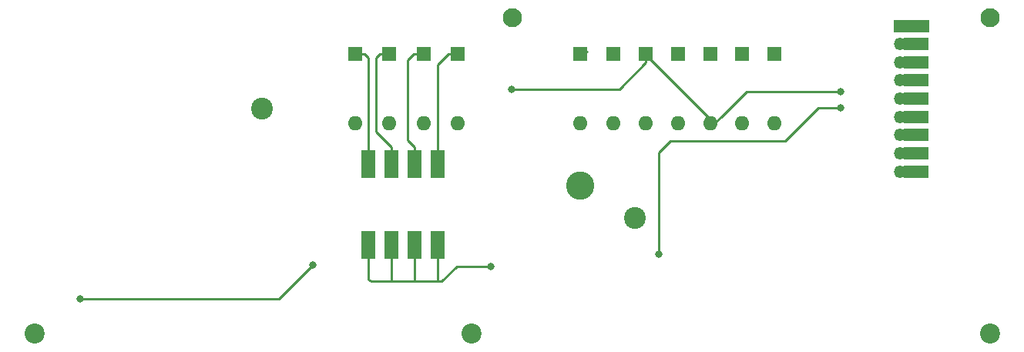
<source format=gbr>
G04 #@! TF.GenerationSoftware,KiCad,Pcbnew,5.0.2-5.fc29*
G04 #@! TF.CreationDate,2020-05-24T09:12:21-05:00*
G04 #@! TF.ProjectId,coleco_to_nes_selectable_v4,636f6c65-636f-45f7-946f-5f6e65735f73,rev?*
G04 #@! TF.SameCoordinates,Original*
G04 #@! TF.FileFunction,Copper,L2,Bot*
G04 #@! TF.FilePolarity,Positive*
%FSLAX46Y46*%
G04 Gerber Fmt 4.6, Leading zero omitted, Abs format (unit mm)*
G04 Created by KiCad (PCBNEW 5.0.2-5.fc29) date Sun 24 May 2020 09:12:21 AM CDT*
%MOMM*%
%LPD*%
G01*
G04 APERTURE LIST*
G04 #@! TA.AperFunction,SMDPad,CuDef*
%ADD10R,2.750000X1.350000*%
G04 #@! TD*
G04 #@! TA.AperFunction,SMDPad,CuDef*
%ADD11R,2.500000X1.350000*%
G04 #@! TD*
G04 #@! TA.AperFunction,ComponentPad*
%ADD12R,1.350000X1.350000*%
G04 #@! TD*
G04 #@! TA.AperFunction,ComponentPad*
%ADD13O,1.350000X1.350000*%
G04 #@! TD*
G04 #@! TA.AperFunction,ComponentPad*
%ADD14R,1.600000X1.600000*%
G04 #@! TD*
G04 #@! TA.AperFunction,ComponentPad*
%ADD15O,1.600000X1.600000*%
G04 #@! TD*
G04 #@! TA.AperFunction,SMDPad,CuDef*
%ADD16R,1.600000X3.100000*%
G04 #@! TD*
G04 #@! TA.AperFunction,ViaPad*
%ADD17C,2.200000*%
G04 #@! TD*
G04 #@! TA.AperFunction,ViaPad*
%ADD18C,2.100000*%
G04 #@! TD*
G04 #@! TA.AperFunction,ViaPad*
%ADD19C,2.400000*%
G04 #@! TD*
G04 #@! TA.AperFunction,ViaPad*
%ADD20C,3.100000*%
G04 #@! TD*
G04 #@! TA.AperFunction,ViaPad*
%ADD21C,0.800000*%
G04 #@! TD*
G04 #@! TA.AperFunction,Conductor*
%ADD22C,0.250000*%
G04 #@! TD*
G04 APERTURE END LIST*
D10*
G04 #@! TO.P,J1,*
G04 #@! TO.N,*
X187885000Y-78420000D03*
X187885000Y-76420000D03*
X187885000Y-74420000D03*
X187885000Y-72420000D03*
X187885000Y-70420000D03*
X187885000Y-68420000D03*
X187885000Y-66420000D03*
X187885000Y-64420000D03*
D11*
X188020000Y-62420000D03*
D12*
G04 #@! TO.P,J1,1*
G04 #@! TO.N,Net-(D11-Pad2)*
X186110000Y-62420000D03*
D13*
G04 #@! TO.P,J1,2*
G04 #@! TO.N,Net-(D12-Pad2)*
X186110000Y-64420000D03*
G04 #@! TO.P,J1,3*
G04 #@! TO.N,Net-(D1-Pad1)*
X186110000Y-66420000D03*
G04 #@! TO.P,J1,4*
G04 #@! TO.N,Net-(D14-Pad2)*
X186110000Y-68420000D03*
G04 #@! TO.P,J1,5*
G04 #@! TO.N,Net-(Button-\002A1-Pad2)*
X186110000Y-70420000D03*
G04 #@! TO.P,J1,6*
G04 #@! TO.N,Net-(D8-Pad1)*
X186110000Y-72420000D03*
G04 #@! TO.P,J1,7*
G04 #@! TO.N,Net-(J1-Pad7)*
X186110000Y-74420000D03*
G04 #@! TO.P,J1,8*
G04 #@! TO.N,Net-(Button-Side-L1-Pad1)*
X186110000Y-76420000D03*
G04 #@! TO.P,J1,9*
G04 #@! TO.N,Net-(J1-Pad9)*
X186110000Y-78420000D03*
G04 #@! TD*
D14*
G04 #@! TO.P,D9,1*
G04 #@! TO.N,Net-(D8-Pad1)*
X172300000Y-65520000D03*
D15*
G04 #@! TO.P,D9,2*
G04 #@! TO.N,Net-(Button-Side-L1-Pad2)*
X172300000Y-73140000D03*
G04 #@! TD*
D14*
G04 #@! TO.P,D8,1*
G04 #@! TO.N,Net-(D8-Pad1)*
X168760000Y-65520000D03*
D15*
G04 #@! TO.P,D8,2*
G04 #@! TO.N,Net-(Button-Side-R1-Pad2)*
X168760000Y-73140000D03*
G04 #@! TD*
D14*
G04 #@! TO.P,D4,1*
G04 #@! TO.N,Net-(D12-Pad2)*
X161760000Y-65520000D03*
D15*
G04 #@! TO.P,D4,2*
G04 #@! TO.N,Net-(D-Down1-Pad2)*
X161760000Y-73140000D03*
G04 #@! TD*
D14*
G04 #@! TO.P,D2,1*
G04 #@! TO.N,Net-(D11-Pad2)*
X154600000Y-65520000D03*
D15*
G04 #@! TO.P,D2,2*
G04 #@! TO.N,Net-(D-Up1-Pad2)*
X154600000Y-73140000D03*
G04 #@! TD*
D14*
G04 #@! TO.P,D1,1*
G04 #@! TO.N,Net-(D1-Pad1)*
X151000000Y-65520000D03*
D15*
G04 #@! TO.P,D1,2*
G04 #@! TO.N,Net-(D-Left1-Pad2)*
X151000000Y-73140000D03*
G04 #@! TD*
D14*
G04 #@! TO.P,D3,1*
G04 #@! TO.N,Net-(D14-Pad2)*
X158210000Y-65520000D03*
D15*
G04 #@! TO.P,D3,2*
G04 #@! TO.N,Net-(D-Right1-Pad2)*
X158210000Y-73140000D03*
G04 #@! TD*
G04 #@! TO.P,D7,2*
G04 #@! TO.N,Net-(D14-Pad2)*
X165260000Y-73140000D03*
D14*
G04 #@! TO.P,D7,1*
G04 #@! TO.N,Net-(Button-1-Pad1)*
X165260000Y-65520000D03*
G04 #@! TD*
D15*
G04 #@! TO.P,D11,2*
G04 #@! TO.N,Net-(D11-Pad2)*
X137510000Y-73140000D03*
D14*
G04 #@! TO.P,D11,1*
G04 #@! TO.N,Net-(D11-Pad1)*
X137510000Y-65520000D03*
G04 #@! TD*
G04 #@! TO.P,D12,1*
G04 #@! TO.N,Net-(D12-Pad1)*
X133760000Y-65520000D03*
D15*
G04 #@! TO.P,D12,2*
G04 #@! TO.N,Net-(D12-Pad2)*
X133760000Y-73140000D03*
G04 #@! TD*
G04 #@! TO.P,D13,2*
G04 #@! TO.N,Net-(D1-Pad1)*
X130010000Y-73140000D03*
D14*
G04 #@! TO.P,D13,1*
G04 #@! TO.N,Net-(D13-Pad1)*
X130010000Y-65520000D03*
G04 #@! TD*
G04 #@! TO.P,D14,1*
G04 #@! TO.N,Net-(D14-Pad1)*
X126210000Y-65520000D03*
D15*
G04 #@! TO.P,D14,2*
G04 #@! TO.N,Net-(D14-Pad2)*
X126210000Y-73140000D03*
G04 #@! TD*
D16*
G04 #@! TO.P,SW1,8*
G04 #@! TO.N,Net-(D11-Pad1)*
X135320000Y-77575000D03*
G04 #@! TO.P,SW1,4*
G04 #@! TO.N,Net-(Button-\002A1-Pad1)*
X127700000Y-86465000D03*
G04 #@! TO.P,SW1,7*
G04 #@! TO.N,Net-(D12-Pad1)*
X132780000Y-77575000D03*
G04 #@! TO.P,SW1,3*
G04 #@! TO.N,Net-(Button-\002A1-Pad1)*
X130240000Y-86465000D03*
G04 #@! TO.P,SW1,6*
G04 #@! TO.N,Net-(D13-Pad1)*
X130240000Y-77575000D03*
G04 #@! TO.P,SW1,2*
G04 #@! TO.N,Net-(Button-\002A1-Pad1)*
X132780000Y-86465000D03*
G04 #@! TO.P,SW1,5*
G04 #@! TO.N,Net-(D14-Pad1)*
X127700000Y-77575000D03*
G04 #@! TO.P,SW1,1*
G04 #@! TO.N,Net-(Button-\002A1-Pad1)*
X135320000Y-86465000D03*
G04 #@! TD*
D17*
G04 #@! TO.N,*
X91000000Y-96250000D03*
X196000000Y-96250000D03*
X139000000Y-96250000D03*
D18*
X196000000Y-61500000D03*
X143500000Y-61500000D03*
D19*
X116000000Y-71500000D03*
X157000000Y-83500000D03*
D20*
X151000000Y-80000000D03*
D21*
G04 #@! TO.N,Net-(Button-\002A1-Pad2)*
X179610000Y-71420000D03*
X159610000Y-87520000D03*
G04 #@! TO.N,Net-(Button-\002A1-Pad1)*
X141110000Y-88870000D03*
G04 #@! TO.N,Net-(D-Down1-Pad2)*
X121610000Y-88720000D03*
X96010000Y-92420000D03*
G04 #@! TO.N,Net-(D14-Pad2)*
X179560000Y-69620000D03*
X143460000Y-69420000D03*
G04 #@! TD*
D22*
G04 #@! TO.N,Net-(Button-\002A1-Pad2)*
X160860000Y-75070000D02*
X159610000Y-76320000D01*
X173510000Y-75070000D02*
X160860000Y-75070000D01*
X159610000Y-76320000D02*
X159610000Y-87520000D01*
X179610000Y-71420000D02*
X177160000Y-71420000D01*
X177160000Y-71420000D02*
X173510000Y-75070000D01*
G04 #@! TO.N,Net-(Button-\002A1-Pad1)*
X127700000Y-90330000D02*
X127700000Y-86465000D01*
X128010000Y-90520000D02*
X127700000Y-90330000D01*
X141110000Y-88870000D02*
X137410000Y-88870000D01*
X137410000Y-88870000D02*
X135760000Y-90520000D01*
X130240000Y-90500000D02*
X130240000Y-86465000D01*
X130260000Y-90520000D02*
X128010000Y-90520000D01*
X130260000Y-90520000D02*
X130240000Y-90500000D01*
X132760000Y-90520000D02*
X132780000Y-90500000D01*
X132760000Y-90520000D02*
X130260000Y-90520000D01*
X132780000Y-90500000D02*
X132780000Y-86465000D01*
X135260000Y-90520000D02*
X135320000Y-90460000D01*
X135260000Y-90520000D02*
X132760000Y-90520000D01*
X135320000Y-90460000D02*
X135320000Y-86465000D01*
X135760000Y-90520000D02*
X135260000Y-90520000D01*
G04 #@! TO.N,Net-(D-Down1-Pad2)*
X121610000Y-88720000D02*
X117910000Y-92420000D01*
X117910000Y-92420000D02*
X96010000Y-92420000D01*
G04 #@! TO.N,Net-(D1-Pad1)*
X151760000Y-65270000D02*
X150710000Y-65270000D01*
G04 #@! TO.N,Net-(D11-Pad1)*
X136460000Y-65520000D02*
X137510000Y-65520000D01*
X135320000Y-66660000D02*
X136460000Y-65520000D01*
X135320000Y-77575000D02*
X135320000Y-66660000D01*
G04 #@! TO.N,Net-(D12-Pad1)*
X132010000Y-75005000D02*
X132010000Y-66220000D01*
X132710000Y-65520000D02*
X133760000Y-65520000D01*
X132780000Y-75775000D02*
X132010000Y-75005000D01*
X132010000Y-66220000D02*
X132710000Y-65520000D01*
X132780000Y-77575000D02*
X132780000Y-75775000D01*
G04 #@! TO.N,Net-(D13-Pad1)*
X128960000Y-65520000D02*
X130010000Y-65520000D01*
X128510000Y-65970000D02*
X128960000Y-65520000D01*
X130240000Y-75775000D02*
X128510000Y-74045000D01*
X128510000Y-74045000D02*
X128510000Y-65970000D01*
X130240000Y-77575000D02*
X130240000Y-75775000D01*
G04 #@! TO.N,Net-(D14-Pad1)*
X127260000Y-65520000D02*
X126210000Y-65520000D01*
X127700000Y-65960000D02*
X127260000Y-65520000D01*
X127700000Y-77575000D02*
X127700000Y-65960000D01*
G04 #@! TO.N,Net-(D14-Pad2)*
X158210000Y-65616430D02*
X158210000Y-65420000D01*
X165720471Y-73126901D02*
X158210000Y-65616430D01*
X158210000Y-66470000D02*
X158210000Y-65420000D01*
X155260000Y-69420000D02*
X158210000Y-66470000D01*
X143460000Y-69420000D02*
X155260000Y-69420000D01*
X169227372Y-69620000D02*
X166520470Y-72326902D01*
X179560000Y-69620000D02*
X169227372Y-69620000D01*
X166520470Y-72326902D02*
X165720471Y-73126901D01*
G04 #@! TD*
M02*

</source>
